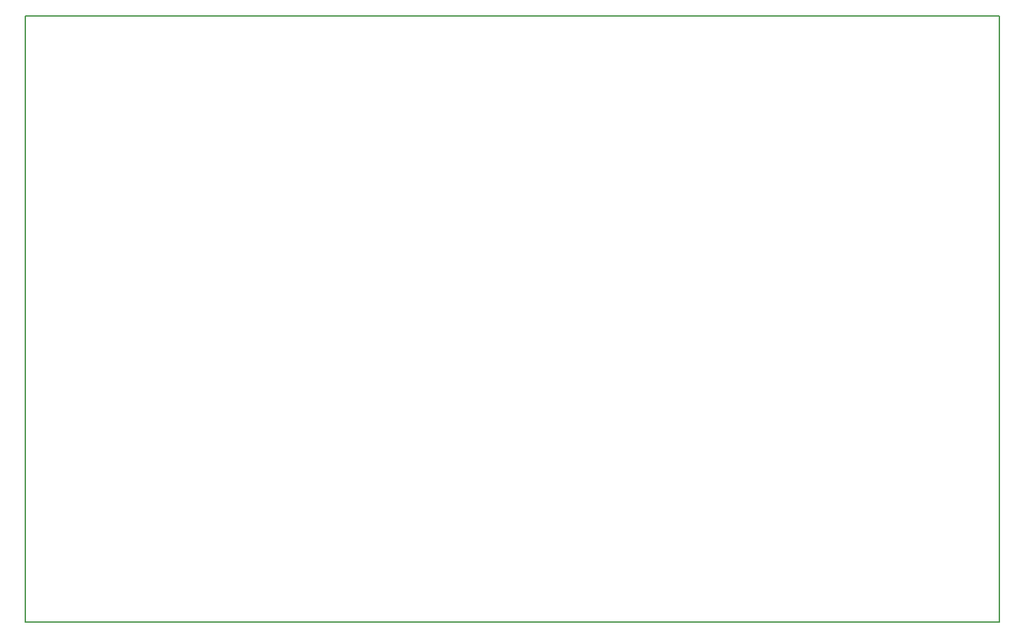
<source format=gm1>
G04 MADE WITH FRITZING*
G04 WWW.FRITZING.ORG*
G04 DOUBLE SIDED*
G04 HOLES PLATED*
G04 CONTOUR ON CENTER OF CONTOUR VECTOR*
%ASAXBY*%
%FSLAX23Y23*%
%MOIN*%
%OFA0B0*%
%SFA1.0B1.0*%
%ADD10R,4.883870X3.044480*%
%ADD11C,0.008000*%
%ADD10C,0.008*%
%LNCONTOUR*%
G90*
G70*
G54D10*
G54D11*
X4Y3040D02*
X4880Y3040D01*
X4880Y4D01*
X4Y4D01*
X4Y3040D01*
D02*
G04 End of contour*
M02*
</source>
